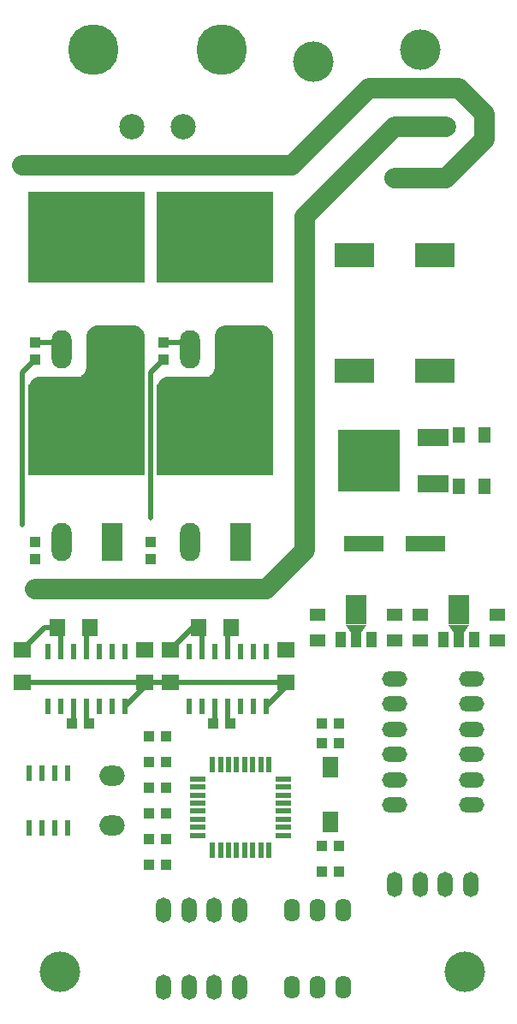
<source format=gbr>
G04 #@! TF.FileFunction,Copper,L1,Top,Signal*
%FSLAX46Y46*%
G04 Gerber Fmt 4.6, Leading zero omitted, Abs format (unit mm)*
G04 Created by KiCad (PCBNEW 4.0.3-stable) date 08/16/16 04:16:06*
%MOMM*%
%LPD*%
G01*
G04 APERTURE LIST*
%ADD10C,0.100000*%
%ADD11C,2.000000*%
%ADD12C,4.000000*%
%ADD13R,1.600000X0.550000*%
%ADD14R,0.550000X1.600000*%
%ADD15R,1.100000X1.000000*%
%ADD16R,1.600000X2.000000*%
%ADD17O,2.499360X1.998980*%
%ADD18R,1.600000X1.800000*%
%ADD19R,1.800000X1.600000*%
%ADD20R,4.000500X2.400300*%
%ADD21R,1.300000X1.500000*%
%ADD22O,2.500000X1.500000*%
%ADD23C,2.500000*%
%ADD24C,5.000000*%
%ADD25R,1.000000X1.100000*%
%ADD26R,0.600000X1.550000*%
%ADD27R,1.500000X1.300000*%
%ADD28R,1.000760X1.501140*%
%ADD29R,1.998980X2.999740*%
%ADD30O,1.500000X2.500000*%
%ADD31R,3.048000X1.651000*%
%ADD32R,6.096000X6.096000*%
%ADD33R,4.000500X1.600200*%
%ADD34R,0.600000X1.500000*%
%ADD35O,1.998980X3.799840*%
%ADD36R,1.998980X3.799840*%
%ADD37R,11.501120X8.999220*%
%ADD38O,1.600000X2.300000*%
%ADD39C,0.500000*%
%ADD40C,2.000000*%
%ADD41C,0.200000*%
G04 APERTURE END LIST*
D10*
D11*
X43180000Y-11430000D03*
X43180000Y-16510000D03*
X38100000Y-11430000D03*
X38100000Y-16510000D03*
D12*
X40640000Y-3810000D03*
D13*
X18610000Y-75940000D03*
X18610000Y-76740000D03*
X18610000Y-77540000D03*
X18610000Y-78340000D03*
X18610000Y-79140000D03*
X18610000Y-79940000D03*
X18610000Y-80740000D03*
X18610000Y-81540000D03*
D14*
X20060000Y-82990000D03*
X20860000Y-82990000D03*
X21660000Y-82990000D03*
X22460000Y-82990000D03*
X23260000Y-82990000D03*
X24060000Y-82990000D03*
X24860000Y-82990000D03*
X25660000Y-82990000D03*
D13*
X27110000Y-81540000D03*
X27110000Y-80740000D03*
X27110000Y-79940000D03*
X27110000Y-79140000D03*
X27110000Y-78340000D03*
X27110000Y-77540000D03*
X27110000Y-76740000D03*
X27110000Y-75940000D03*
D14*
X25660000Y-74490000D03*
X24860000Y-74490000D03*
X24060000Y-74490000D03*
X23260000Y-74490000D03*
X22460000Y-74490000D03*
X21660000Y-74490000D03*
X20860000Y-74490000D03*
X20060000Y-74490000D03*
D15*
X15455000Y-76835000D03*
X13755000Y-76835000D03*
X15455000Y-74295000D03*
X13755000Y-74295000D03*
X15455000Y-71755000D03*
X13755000Y-71755000D03*
X30900000Y-72390000D03*
X32600000Y-72390000D03*
X15455000Y-84455000D03*
X13755000Y-84455000D03*
X15455000Y-81915000D03*
X13755000Y-81915000D03*
X32600000Y-70485000D03*
X30900000Y-70485000D03*
D16*
X31750000Y-74770000D03*
X31750000Y-80170000D03*
D17*
X10160000Y-80545940D03*
X10160000Y-75664060D03*
D18*
X4750000Y-60960000D03*
X7950000Y-60960000D03*
D19*
X13335000Y-66370000D03*
X13335000Y-63170000D03*
D18*
X18720000Y-60960000D03*
X21920000Y-60960000D03*
D19*
X27305000Y-66370000D03*
X27305000Y-63170000D03*
D20*
X42100500Y-24130000D03*
X34099500Y-24130000D03*
X42100500Y-35560000D03*
X34099500Y-35560000D03*
D21*
X44470000Y-46990000D03*
X46970000Y-46990000D03*
X44470000Y-41910000D03*
X46970000Y-41910000D03*
D19*
X1270000Y-66370000D03*
X1270000Y-63170000D03*
X15875000Y-66370000D03*
X15875000Y-63170000D03*
D22*
X45720000Y-66040000D03*
X45720000Y-68540000D03*
X45720000Y-71040000D03*
X45720000Y-73540000D03*
X45720000Y-76040000D03*
X45720000Y-78540000D03*
D23*
X17145000Y-11430000D03*
X12065000Y-11430000D03*
D24*
X20955000Y-3810000D03*
X8255000Y-3810000D03*
D15*
X13755000Y-79375000D03*
X15455000Y-79375000D03*
X30900000Y-85090000D03*
X32600000Y-85090000D03*
X30900000Y-82550000D03*
X32600000Y-82550000D03*
X7835000Y-70485000D03*
X6135000Y-70485000D03*
X21805000Y-70485000D03*
X20105000Y-70485000D03*
D25*
X2540000Y-32805000D03*
X2540000Y-34505000D03*
X2540000Y-52490000D03*
X2540000Y-54190000D03*
X15240000Y-32805000D03*
X15240000Y-34505000D03*
X13970000Y-52490000D03*
X13970000Y-54190000D03*
D26*
X5715000Y-75405000D03*
X4445000Y-75405000D03*
X3175000Y-75405000D03*
X1905000Y-75405000D03*
X1905000Y-80805000D03*
X3175000Y-80805000D03*
X4445000Y-80805000D03*
X5715000Y-80805000D03*
D27*
X48260000Y-59710000D03*
X48260000Y-62210000D03*
X38100000Y-59710000D03*
X38100000Y-62210000D03*
X40640000Y-59710000D03*
X40640000Y-62210000D03*
X30480000Y-59710000D03*
X30480000Y-62210000D03*
D22*
X38100000Y-66040000D03*
X38100000Y-68540000D03*
X38100000Y-71040000D03*
X38100000Y-73540000D03*
X38100000Y-76040000D03*
X38100000Y-78540000D03*
D28*
X42948860Y-62176660D03*
X44450000Y-62176660D03*
X45951140Y-62176660D03*
D29*
X44450000Y-59225180D03*
D10*
G36*
X45450760Y-60699650D02*
X44950380Y-61448950D01*
X43949620Y-61448950D01*
X43449240Y-60699650D01*
X45450760Y-60699650D01*
X45450760Y-60699650D01*
G37*
D28*
X32788860Y-62176660D03*
X34290000Y-62176660D03*
X35791140Y-62176660D03*
D29*
X34290000Y-59225180D03*
D10*
G36*
X35290760Y-60699650D02*
X34790380Y-61448950D01*
X33789620Y-61448950D01*
X33289240Y-60699650D01*
X35290760Y-60699650D01*
X35290760Y-60699650D01*
G37*
D30*
X38100000Y-86360000D03*
X40600000Y-86360000D03*
X43100000Y-86360000D03*
X45600000Y-86360000D03*
X15240000Y-96520000D03*
X17740000Y-96520000D03*
X20240000Y-96520000D03*
X22740000Y-96520000D03*
D31*
X41910000Y-46736000D03*
D32*
X35560000Y-44450000D03*
D31*
X41910000Y-42164000D03*
D33*
X35049460Y-52705000D03*
X41150540Y-52705000D03*
D34*
X3810000Y-68740000D03*
X5080000Y-68740000D03*
X6350000Y-68740000D03*
X7620000Y-68740000D03*
X8890000Y-68740000D03*
X10160000Y-68740000D03*
X11430000Y-68740000D03*
X11430000Y-63340000D03*
X10160000Y-63340000D03*
X8890000Y-63340000D03*
X7620000Y-63340000D03*
X6350000Y-63340000D03*
X5080000Y-63340000D03*
X3810000Y-63340000D03*
X17780000Y-68740000D03*
X19050000Y-68740000D03*
X20320000Y-68740000D03*
X21590000Y-68740000D03*
X22860000Y-68740000D03*
X24130000Y-68740000D03*
X25400000Y-68740000D03*
X25400000Y-63340000D03*
X24130000Y-63340000D03*
X22860000Y-63340000D03*
X21590000Y-63340000D03*
X20320000Y-63340000D03*
X19050000Y-63340000D03*
X17780000Y-63340000D03*
D35*
X5120640Y-33489900D03*
D36*
X10119360Y-33489900D03*
D37*
X7620000Y-22390100D03*
D35*
X5120640Y-52539900D03*
D36*
X10119360Y-52539900D03*
D37*
X7620000Y-41440100D03*
D35*
X17820640Y-33489900D03*
D36*
X22819360Y-33489900D03*
D37*
X20320000Y-22390100D03*
D35*
X17820640Y-52539900D03*
D36*
X22819360Y-52539900D03*
D37*
X20320000Y-41440100D03*
D30*
X15240000Y-88900000D03*
X17740000Y-88900000D03*
X20240000Y-88900000D03*
X22740000Y-88900000D03*
D38*
X33020000Y-88900000D03*
X30480000Y-88900000D03*
X27940000Y-88900000D03*
X27940000Y-96520000D03*
X30480000Y-96520000D03*
X33020000Y-96520000D03*
D12*
X30000000Y-5000000D03*
X45000000Y-95000000D03*
X5000000Y-95000000D03*
D39*
X6350000Y-68740000D02*
X6350000Y-70270000D01*
X6350000Y-70270000D02*
X6135000Y-70485000D01*
X20320000Y-68740000D02*
X20320000Y-70270000D01*
X20320000Y-70270000D02*
X20105000Y-70485000D01*
X1270000Y-63170000D02*
X3480000Y-60960000D01*
X3480000Y-60960000D02*
X4750000Y-60960000D01*
X5080000Y-63340000D02*
X5080000Y-61290000D01*
X5080000Y-61290000D02*
X4750000Y-60960000D01*
X7620000Y-63340000D02*
X7620000Y-61290000D01*
X7620000Y-61290000D02*
X7950000Y-60960000D01*
D40*
X25400000Y-57150000D02*
X2540000Y-57150000D01*
X29210000Y-53340000D02*
X25400000Y-57150000D01*
X29210000Y-20320000D02*
X29210000Y-53340000D01*
X38100000Y-11430000D02*
X29210000Y-20320000D01*
X38100000Y-11430000D02*
X43180000Y-11430000D01*
D39*
X15875000Y-63170000D02*
X18085000Y-60960000D01*
X18085000Y-60960000D02*
X18720000Y-60960000D01*
X19050000Y-63340000D02*
X19050000Y-61290000D01*
X19050000Y-61290000D02*
X18720000Y-60960000D01*
X21590000Y-63340000D02*
X21590000Y-61290000D01*
X21590000Y-61290000D02*
X21920000Y-60960000D01*
D40*
X27940000Y-15240000D02*
X1270000Y-15240000D01*
X43180000Y-16510000D02*
X46990000Y-12700000D01*
X35560000Y-7620000D02*
X27940000Y-15240000D01*
X44450000Y-7620000D02*
X35560000Y-7620000D01*
X46990000Y-10160000D02*
X44450000Y-7620000D01*
X46990000Y-12700000D02*
X46990000Y-10160000D01*
X38100000Y-16510000D02*
X43180000Y-16510000D01*
D39*
X11430000Y-68740000D02*
X13335000Y-66835000D01*
X13335000Y-66835000D02*
X13335000Y-66370000D01*
X25400000Y-68740000D02*
X27305000Y-66835000D01*
X27305000Y-66835000D02*
X27305000Y-66370000D01*
X15875000Y-66370000D02*
X27305000Y-66370000D01*
X13335000Y-66370000D02*
X15875000Y-66370000D01*
X1270000Y-66370000D02*
X13335000Y-66370000D01*
X2540000Y-32805000D02*
X4435740Y-32805000D01*
X4435740Y-32805000D02*
X5120640Y-33489900D01*
X15240000Y-32805000D02*
X17135740Y-32805000D01*
X17135740Y-32805000D02*
X17820640Y-33489900D01*
X7620000Y-68740000D02*
X7620000Y-70270000D01*
X7620000Y-70270000D02*
X7835000Y-70485000D01*
X21590000Y-68740000D02*
X21590000Y-70270000D01*
X21590000Y-70270000D02*
X21805000Y-70485000D01*
X2540000Y-34505000D02*
X1270000Y-35775000D01*
X1270000Y-35775000D02*
X1270000Y-50800000D01*
X15240000Y-34505000D02*
X13970000Y-35775000D01*
X13970000Y-35775000D02*
X13970000Y-50165000D01*
D41*
G36*
X25378666Y-31285319D02*
X25670011Y-31479989D01*
X25864681Y-31771334D01*
X25935000Y-32124851D01*
X25935000Y-44710149D01*
X25864681Y-45063666D01*
X25670011Y-45355011D01*
X25378666Y-45549681D01*
X25025149Y-45620000D01*
X15614851Y-45620000D01*
X15261334Y-45549681D01*
X14969989Y-45355011D01*
X14775319Y-45063666D01*
X14705000Y-44710149D01*
X14705000Y-37204851D01*
X14775319Y-36851334D01*
X14969989Y-36559989D01*
X15261334Y-36365319D01*
X15614851Y-36295000D01*
X19320000Y-36295000D01*
X19339509Y-36293079D01*
X19722192Y-36216959D01*
X19758240Y-36202027D01*
X20082664Y-35985254D01*
X20110254Y-35957664D01*
X20327027Y-35633240D01*
X20341959Y-35597192D01*
X20418079Y-35214509D01*
X20420000Y-35195000D01*
X20420000Y-32077352D01*
X20486704Y-31742011D01*
X20671077Y-31466077D01*
X20947011Y-31281704D01*
X21282352Y-31215000D01*
X25025149Y-31215000D01*
X25378666Y-31285319D01*
X25378666Y-31285319D01*
G37*
X25378666Y-31285319D02*
X25670011Y-31479989D01*
X25864681Y-31771334D01*
X25935000Y-32124851D01*
X25935000Y-44710149D01*
X25864681Y-45063666D01*
X25670011Y-45355011D01*
X25378666Y-45549681D01*
X25025149Y-45620000D01*
X15614851Y-45620000D01*
X15261334Y-45549681D01*
X14969989Y-45355011D01*
X14775319Y-45063666D01*
X14705000Y-44710149D01*
X14705000Y-37204851D01*
X14775319Y-36851334D01*
X14969989Y-36559989D01*
X15261334Y-36365319D01*
X15614851Y-36295000D01*
X19320000Y-36295000D01*
X19339509Y-36293079D01*
X19722192Y-36216959D01*
X19758240Y-36202027D01*
X20082664Y-35985254D01*
X20110254Y-35957664D01*
X20327027Y-35633240D01*
X20341959Y-35597192D01*
X20418079Y-35214509D01*
X20420000Y-35195000D01*
X20420000Y-32077352D01*
X20486704Y-31742011D01*
X20671077Y-31466077D01*
X20947011Y-31281704D01*
X21282352Y-31215000D01*
X25025149Y-31215000D01*
X25378666Y-31285319D01*
G36*
X12678666Y-31285319D02*
X12970011Y-31479989D01*
X13164681Y-31771334D01*
X13235000Y-32124851D01*
X13235000Y-44710149D01*
X13164681Y-45063666D01*
X12970011Y-45355011D01*
X12678666Y-45549681D01*
X12325149Y-45620000D01*
X2914851Y-45620000D01*
X2561334Y-45549681D01*
X2269989Y-45355011D01*
X2075319Y-45063666D01*
X2005000Y-44710149D01*
X2005000Y-37204851D01*
X2075319Y-36851334D01*
X2269989Y-36559989D01*
X2561334Y-36365319D01*
X2914851Y-36295000D01*
X6620000Y-36295000D01*
X6639509Y-36293079D01*
X7022192Y-36216959D01*
X7058240Y-36202027D01*
X7382664Y-35985254D01*
X7410254Y-35957664D01*
X7627027Y-35633240D01*
X7641959Y-35597192D01*
X7718079Y-35214509D01*
X7720000Y-35195000D01*
X7720000Y-32124851D01*
X7790319Y-31771334D01*
X7984989Y-31479989D01*
X8276334Y-31285319D01*
X8629851Y-31215000D01*
X12325149Y-31215000D01*
X12678666Y-31285319D01*
X12678666Y-31285319D01*
G37*
X12678666Y-31285319D02*
X12970011Y-31479989D01*
X13164681Y-31771334D01*
X13235000Y-32124851D01*
X13235000Y-44710149D01*
X13164681Y-45063666D01*
X12970011Y-45355011D01*
X12678666Y-45549681D01*
X12325149Y-45620000D01*
X2914851Y-45620000D01*
X2561334Y-45549681D01*
X2269989Y-45355011D01*
X2075319Y-45063666D01*
X2005000Y-44710149D01*
X2005000Y-37204851D01*
X2075319Y-36851334D01*
X2269989Y-36559989D01*
X2561334Y-36365319D01*
X2914851Y-36295000D01*
X6620000Y-36295000D01*
X6639509Y-36293079D01*
X7022192Y-36216959D01*
X7058240Y-36202027D01*
X7382664Y-35985254D01*
X7410254Y-35957664D01*
X7627027Y-35633240D01*
X7641959Y-35597192D01*
X7718079Y-35214509D01*
X7720000Y-35195000D01*
X7720000Y-32124851D01*
X7790319Y-31771334D01*
X7984989Y-31479989D01*
X8276334Y-31285319D01*
X8629851Y-31215000D01*
X12325149Y-31215000D01*
X12678666Y-31285319D01*
M02*

</source>
